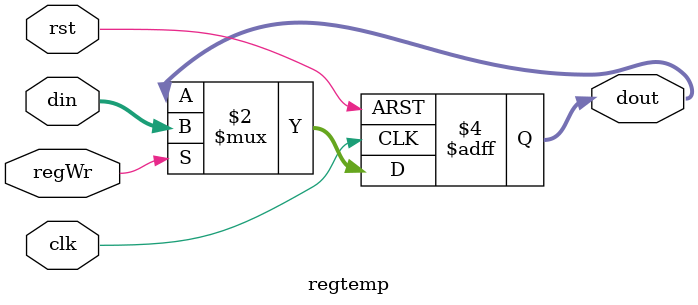
<source format=v>
module regtemp(clk, rst, regWr, din, dout);
  input clk;
  input rst;
  input regWr;
  input[31:0] din;
  output[31:0] dout;
  reg[31:0] dout;
  
  always@(posedge clk or posedge rst)
  begin
    if(rst)
      dout <= 32'd0;
    else if(regWr)
      dout <= din;
  end
endmodule


</source>
